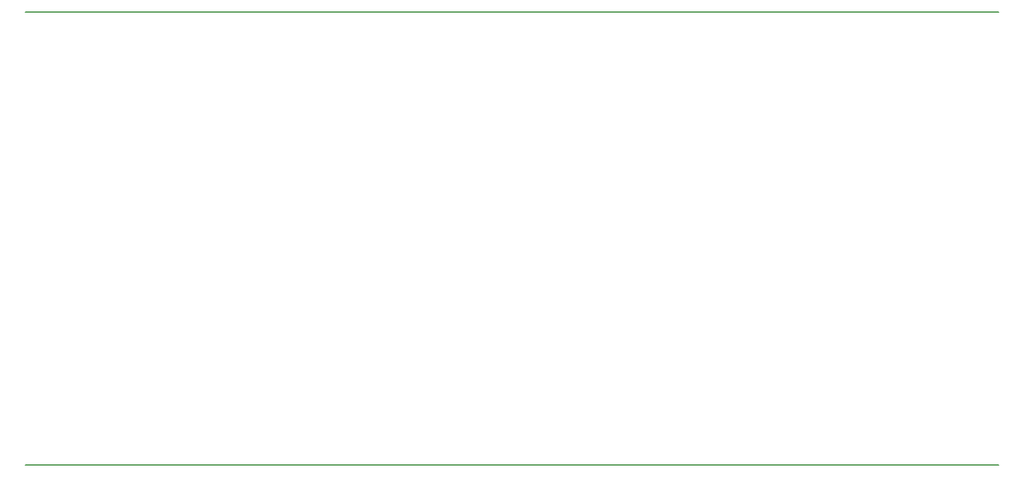
<source format=gbr>
%TF.GenerationSoftware,KiCad,Pcbnew,(6.0.0-0)*%
%TF.CreationDate,2023-01-03T08:47:46+01:00*%
%TF.ProjectId,epanel-energy-monitor,6570616e-656c-42d6-956e-657267792d6d,rev?*%
%TF.SameCoordinates,Original*%
%TF.FileFunction,Other,Comment*%
%FSLAX46Y46*%
G04 Gerber Fmt 4.6, Leading zero omitted, Abs format (unit mm)*
G04 Created by KiCad (PCBNEW (6.0.0-0)) date 2023-01-03 08:47:46*
%MOMM*%
%LPD*%
G01*
G04 APERTURE LIST*
%ADD10C,0.200000*%
G04 APERTURE END LIST*
D10*
X87215000Y-46458000D02*
X217215000Y-46458000D01*
X87215000Y-106958000D02*
X217215000Y-106958000D01*
M02*

</source>
